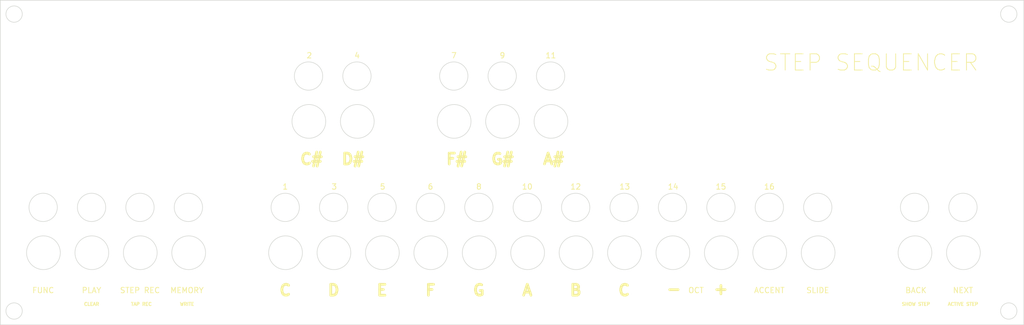
<source format=kicad_pcb>
(kicad_pcb (version 20211014) (generator pcbnew)

  (general
    (thickness 1.6)
  )

  (paper "A4")
  (layers
    (0 "F.Cu" signal)
    (31 "B.Cu" signal)
    (32 "B.Adhes" user "B.Adhesive")
    (33 "F.Adhes" user "F.Adhesive")
    (34 "B.Paste" user)
    (35 "F.Paste" user)
    (36 "B.SilkS" user "B.Silkscreen")
    (37 "F.SilkS" user "F.Silkscreen")
    (38 "B.Mask" user)
    (39 "F.Mask" user)
    (40 "Dwgs.User" user "User.Drawings")
    (41 "Cmts.User" user "User.Comments")
    (42 "Eco1.User" user "User.Eco1")
    (43 "Eco2.User" user "User.Eco2")
    (44 "Edge.Cuts" user)
    (45 "Margin" user)
    (46 "B.CrtYd" user "B.Courtyard")
    (47 "F.CrtYd" user "F.Courtyard")
    (48 "B.Fab" user)
    (49 "F.Fab" user)
    (50 "User.1" user)
    (51 "User.2" user)
    (52 "User.3" user)
    (53 "User.4" user)
    (54 "User.5" user)
    (55 "User.6" user)
    (56 "User.7" user)
    (57 "User.8" user)
    (58 "User.9" user)
  )

  (setup
    (pad_to_mask_clearance 0)
    (pcbplotparams
      (layerselection 0x0001020_7ffffffe)
      (disableapertmacros false)
      (usegerberextensions false)
      (usegerberattributes true)
      (usegerberadvancedattributes true)
      (creategerberjobfile true)
      (svguseinch false)
      (svgprecision 6)
      (excludeedgelayer true)
      (plotframeref false)
      (viasonmask false)
      (mode 1)
      (useauxorigin false)
      (hpglpennumber 1)
      (hpglpenspeed 20)
      (hpglpendiameter 15.000000)
      (dxfpolygonmode true)
      (dxfimperialunits true)
      (dxfusepcbnewfont true)
      (psnegative false)
      (psa4output false)
      (plotreference true)
      (plotvalue true)
      (plotinvisibletext false)
      (sketchpadsonfab false)
      (subtractmaskfromsilk false)
      (outputformat 1)
      (mirror false)
      (drillshape 0)
      (scaleselection 1)
      (outputdirectory "")
    )
  )

  (net 0 "")

  (gr_circle (center 208.605168 116.915) (end 211.705168 116.915) (layer "Edge.Cuts") (width 0.1) (fill none) (tstamp 07e0ccff-d069-414c-877d-4841bc96bf01))
  (gr_circle (center 199.644 108.5758) (end 202.244 108.5758) (layer "Edge.Cuts") (width 0.1) (fill none) (tstamp 0c94b7c4-3e39-4a50-b047-1236cd407db3))
  (gr_circle (center 123.917689 84.4216) (end 126.517689 84.4216) (layer "Edge.Cuts") (width 0.1) (fill none) (tstamp 0e710e62-63d3-40b8-bb9a-5ba835cd9a7f))
  (gr_circle (center 146.366257 116.915) (end 149.466257 116.915) (layer "Edge.Cuts") (width 0.1) (fill none) (tstamp 0edcd095-170c-406e-b6f0-276b28d19aa6))
  (gr_circle (center 128.524 108.5758) (end 131.124 108.5758) (layer "Edge.Cuts") (width 0.1) (fill none) (tstamp 125c180e-ae1f-4fb5-b16b-969db3ebe37f))
  (gr_circle (center 181.864 108.5758) (end 184.464 108.5758) (layer "Edge.Cuts") (width 0.1) (fill none) (tstamp 16e9eac7-a5a5-409c-8a48-73c27fe29049))
  (gr_circle (center 199.713895 116.915) (end 202.813895 116.915) (layer "Edge.Cuts") (width 0.1) (fill none) (tstamp 1b885b5c-08ac-48e0-936d-7e1e59c95226))
  (gr_circle (center 155.25753 116.915) (end 158.35753 116.915) (layer "Edge.Cuts") (width 0.1) (fill none) (tstamp 1ffdaa50-5c2a-4187-9fd6-62a0f75c8f57))
  (gr_circle (center 119.692438 116.915) (end 122.792438 116.915) (layer "Edge.Cuts") (width 0.1) (fill none) (tstamp 2218dc78-cc01-4fe7-8307-4b9199c5cbc4))
  (gr_circle (center 141.697689 84.4216) (end 144.297689 84.4216) (layer "Edge.Cuts") (width 0.1) (fill none) (tstamp 30483348-2e63-4a9f-8b79-6b252ad9cd33))
  (gr_circle (center 84.127346 116.915) (end 87.227346 116.915) (layer "Edge.Cuts") (width 0.1) (fill none) (tstamp 30c84990-a5e8-4bdb-a894-24bd3439e08f))
  (gr_circle (center 159.477689 84.4216) (end 162.077689 84.4216) (layer "Edge.Cuts") (width 0.1) (fill none) (tstamp 37ac668d-af9b-498c-a29f-2c2636af1683))
  (gr_circle (center 115.027689 84.4216) (end 117.627689 84.4216) (layer "Edge.Cuts") (width 0.1) (fill none) (tstamp 3f903f05-79c5-477a-a9bc-8b5526bedd56))
  (gr_circle (center 75.184 108.5758) (end 77.784 108.5758) (layer "Edge.Cuts") (width 0.1) (fill none) (tstamp 46a770c9-7ae1-4c9b-8296-c45cf143ee89))
  (gr_circle (center 123.978673 92.7608) (end 127.078673 92.7608) (layer "Edge.Cuts") (width 0.1) (fill none) (tstamp 4c8c3f88-f4e1-4ece-8397-4e17f94b4d2e))
  (gr_circle (center 137.474984 116.915) (end 140.574984 116.915) (layer "Edge.Cuts") (width 0.1) (fill none) (tstamp 4d1dc952-67a0-46b9-ad6c-7eeed3ce151f))
  (gr_circle (center 164.084 108.5758) (end 166.684 108.5758) (layer "Edge.Cuts") (width 0.1) (fill none) (tstamp 526f3fc6-45bf-45dd-b47d-f25de6c61638))
  (gr_circle (center 128.583711 116.915) (end 131.683711 116.915) (layer "Edge.Cuts") (width 0.1) (fill none) (tstamp 564618b9-b7d2-467f-8a5d-f38aacd9bfc1))
  (gr_circle (center 181.931349 116.915) (end 185.031349 116.915) (layer "Edge.Cuts") (width 0.1) (fill none) (tstamp 5b2f4efe-42cc-4e39-aebd-791edac2aff5))
  (gr_circle (center 155.194 108.5758) (end 157.794 108.5758) (layer "Edge.Cuts") (width 0.1) (fill none) (tstamp 5bf18c19-c32b-422a-bf3e-7aa1a54e290b))
  (gr_circle (center 150.652492 92.7608) (end 153.752492 92.7608) (layer "Edge.Cuts") (width 0.1) (fill none) (tstamp 63b5b827-3682-48fe-ad1a-8dedae4a83ae))
  (gr_circle (center 137.414 108.5758) (end 140.014 108.5758) (layer "Edge.Cuts") (width 0.1) (fill none) (tstamp 695c7b0d-0062-4f69-9349-f4594a279ce4))
  (gr_circle (center 208.534 108.5758) (end 211.134 108.5758) (layer "Edge.Cuts") (width 0.1) (fill none) (tstamp 6e9c37a5-f7c9-413f-86b0-18d5f3103a38))
  (gr_circle (center 141.761219 92.7608) (end 144.861219 92.7608) (layer "Edge.Cuts") (width 0.1) (fill none) (tstamp 82962c4d-8bfc-48e3-8198-8dfb3f56723a))
  (gr_circle (center 235.204 108.5758) (end 237.804 108.5758) (layer "Edge.Cuts") (width 0.1) (fill none) (tstamp 85de7b08-4b78-4a36-be10-f2d4540badf9))
  (gr_circle (center 159.543765 92.7608) (end 162.643765 92.7608) (layer "Edge.Cuts") (width 0.1) (fill none) (tstamp 86394b39-118b-45ed-ac80-a7236915fa2f))
  (gr_circle (center 93.018619 116.915) (end 96.118619 116.915) (layer "Edge.Cuts") (width 0.1) (fill none) (tstamp 87972ea9-979f-4363-ad29-75585401328f))
  (gr_circle (center 66.3448 116.915) (end 69.4448 116.915) (layer "Edge.Cuts") (width 0.1) (fill none) (tstamp 87bfacd1-4b5c-45b1-b68b-16c9e56db1a0))
  (gr_circle (center 75.236073 116.915) (end 78.336073 116.915) (layer "Edge.Cuts") (width 0.1) (fill none) (tstamp 8ea409ea-ab58-4f13-8820-0448b30381be))
  (gr_circle (center 66.294 108.5758) (end 68.894 108.5758) (layer "Edge.Cuts") (width 0.1) (fill none) (tstamp 94423ac7-c6d2-4a61-91f1-6f97ed34e83a))
  (gr_circle (center 190.754 108.5758) (end 193.354 108.5758) (layer "Edge.Cuts") (width 0.1) (fill none) (tstamp 9992df93-5e3e-4625-a03a-4fdf8d175247))
  (gr_circle (center 146.304 108.5758) (end 148.904 108.5758) (layer "Edge.Cuts") (width 0.1) (fill none) (tstamp 9a78e6a7-1a75-46d8-864c-ac154ed29cf0))
  (gr_circle (center 226.314 108.5758) (end 228.914 108.5758) (layer "Edge.Cuts") (width 0.1) (fill none) (tstamp a886480c-a789-4832-ae86-8c7032795431))
  (gr_circle (center 190.822622 116.915) (end 193.922622 116.915) (layer "Edge.Cuts") (width 0.1) (fill none) (tstamp abd7b221-2c8e-4ccb-88cd-9b6111e61561))
  (gr_circle (center 60.96 73.025) (end 62.46 73.025) (layer "Edge.Cuts") (width 0.1) (fill none) (tstamp aef4fc31-859d-4ec8-ad5f-14691ace2bc2))
  (gr_rect (start 58.42 70.485) (end 246.38 130.175) (layer "Edge.Cuts") (width 0.1) (fill none) (tstamp bc524e38-23da-44d0-bc11-38faa3774a01))
  (gr_circle (center 226.387714 116.915) (end 229.487714 116.915) (layer "Edge.Cuts") (width 0.1) (fill none) (tstamp bd75d12a-0836-4dfb-81f8-2ffda968360b))
  (gr_circle (center 150.587689 84.4216) (end 153.187689 84.4216) (layer "Edge.Cuts") (width 0.1) (fill none) (tstamp caf28b48-dac4-43a9-b26b-4bc5246d022c))
  (gr_circle (center 164.148803 116.915) (end 167.248803 116.915) (layer "Edge.Cuts") (width 0.1) (fill none) (tstamp d004978b-8b1e-4a9e-8b5d-d40e3682b880))
  (gr_circle (center 84.074 108.5758) (end 86.674 108.5758) (layer "Edge.Cuts") (width 0.1) (fill none) (tstamp d54d3685-e820-4596-a454-9e5ff63747b3))
  (gr_circle (center 243.61 127.635) (end 245.11 127.635) (layer "Edge.Cuts") (width 0.1) (fill none) (tstamp d7b8e26b-dd26-4951-ac45-92df6a9e9651))
  (gr_circle (center 60.96 127.635) (end 62.46 127.635) (layer "Edge.Cuts") (width 0.1) (fill none) (tstamp d90932f9-1a09-4489-8072-a1c8c768fc10))
  (gr_circle (center 243.61 73.025) (end 245.11 73.025) (layer "Edge.Cuts") (width 0.1) (fill none) (tstamp d95cf255-3eac-48db-97dc-a8d6cc983f9b))
  (gr_circle (center 92.964 108.5758) (end 95.564 108.5758) (layer "Edge.Cuts") (width 0.1) (fill none) (tstamp dad35a40-ffc4-4e47-b572-ca29d72816b9))
  (gr_circle (center 110.744 108.5758) (end 113.344 108.5758) (layer "Edge.Cuts") (width 0.1) (fill none) (tstamp dc68184e-1c02-4a4f-b10b-66e3a4581d20))
  (gr_circle (center 173.040076 116.915) (end 176.140076 116.915) (layer "Edge.Cuts") (width 0.1) (fill none) (tstamp e0841165-6c06-41a0-bcb5-da052e899ead))
  (gr_circle (center 119.634 108.5758) (end 122.234 108.5758) (layer "Edge.Cuts") (width 0.1) (fill none) (tstamp f44c91e9-33e1-4dd9-81c4-a3007e9d339a))
  (gr_circle (center 172.974 108.5758) (end 175.574 108.5758) (layer "Edge.Cuts") (width 0.1) (fill none) (tstamp f5cfe35c-adae-4fc5-b859-4da4c9b6b5e4))
  (gr_circle (center 115.0874 92.7608) (end 118.1874 92.7608) (layer "Edge.Cuts") (width 0.1) (fill none) (tstamp f64e910f-90ad-49d3-ad0c-0021ec80d999))
  (gr_circle (center 235.279 116.915) (end 238.379 116.915) (layer "Edge.Cuts") (width 0.1) (fill none) (tstamp faae622b-7df9-4cdf-af83-31ec15b636df))
  (gr_circle (center 110.801165 116.915) (end 113.901165 116.915) (layer "Edge.Cuts") (width 0.1) (fill none) (tstamp fffddd81-a11c-4bf2-888f-80d0420c8858))
  (gr_text "D#" (at 123.19 99.695) (layer "F.SilkS") (tstamp 01a19612-a5e3-4c3b-a410-7bfcde8ceb3b)
    (effects (font (size 2 2) (thickness 0.5)))
  )
  (gr_text "16" (at 199.644 104.775) (layer "F.SilkS") (tstamp 0de7dd4d-7984-4116-84c2-a77331e36325)
    (effects (font (size 1 1) (thickness 0.15)))
  )
  (gr_text "SLIDE" (at 208.534 123.825) (layer "F.SilkS") (tstamp 0e06ff9b-a57a-4ec6-90d8-8f4ecaaaa578)
    (effects (font (size 1 1) (thickness 0.15)))
  )
  (gr_text "F" (at 137.414 123.825) (layer "F.SilkS") (tstamp 125dd62c-8f41-4546-911a-b541b41ac8ec)
    (effects (font (size 2 2) (thickness 0.5)))
  )
  (gr_text "15" (at 190.754 104.775) (layer "F.SilkS") (tstamp 1a6b0daf-c7f3-4598-9c49-9a554dbff570)
    (effects (font (size 1 1) (thickness 0.15)))
  )
  (gr_text "14" (at 181.976487 104.775) (layer "F.SilkS") (tstamp 1ec57645-351b-4bc6-93b9-bb7da3bef169)
    (effects (font (size 1 1) (thickness 0.15)))
  )
  (gr_text "ACTIVE STEP" (at 235.204 126.365) (layer "F.SilkS") (tstamp 20adcfb6-6177-4aca-8737-65b4ad77d8f8)
    (effects (font (size 0.6 0.6) (thickness 0.15)))
  )
  (gr_text "D" (at 119.634 123.825) (layer "F.SilkS") (tstamp 35600caf-4cb2-442e-a2e9-95f8591ed875)
    (effects (font (size 2 2) (thickness 0.5)))
  )
  (gr_text "+" (at 190.754 123.571) (layer "F.SilkS") (tstamp 3ce21b83-d18f-4773-9484-2ea7ea21562f)
    (effects (font (size 2 2) (thickness 0.5)))
  )
  (gr_text "C#" (at 115.57 99.695) (layer "F.SilkS") (tstamp 3e9fbdf3-8827-4a20-9805-c83e65194869)
    (effects (font (size 2 2) (thickness 0.5)))
  )
  (gr_text "PLAY" (at 75.184 123.825) (layer "F.SilkS") (tstamp 3ee575b4-16ae-411a-b755-6b9f283558ac)
    (effects (font (size 1 1) (thickness 0.15)))
  )
  (gr_text "10" (at 155.194 104.775) (layer "F.SilkS") (tstamp 46e2e3b7-7cdf-4574-85c0-253890c41d9b)
    (effects (font (size 1 1) (thickness 0.15)))
  )
  (gr_text "STEP REC" (at 84.074 123.825) (layer "F.SilkS") (tstamp 4805438e-50bb-4dd3-8e30-6ff497cc62be)
    (effects (font (size 1 1) (thickness 0.15)))
  )
  (gr_text "G" (at 146.304 123.825) (layer "F.SilkS") (tstamp 4c8393f9-6018-464c-908c-4e72bbf5283e)
    (effects (font (size 2 2) (thickness 0.5)))
  )
  (gr_text "CLEAR" (at 75.184 126.365) (layer "F.SilkS") (tstamp 5b0949b1-6da3-477c-8c5f-9ccefbba1567)
    (effects (font (size 0.6 0.6) (thickness 0.15)))
  )
  (gr_text "1" (at 110.744 104.775) (layer "F.SilkS") (tstamp 5da5b71c-7a09-41a1-a1db-d94934eb0578)
    (effects (font (size 1 1) (thickness 0.15)))
  )
  (gr_text "B" (at 164.084 123.825) (layer "F.SilkS") (tstamp 659a04d3-6f71-4cee-ad47-92b9b9417ba9)
    (effects (font (size 2 2) (thickness 0.5)))
  )
  (gr_text "12" (at 164.084 104.775) (layer "F.SilkS") (tstamp 66004e84-ba84-420b-ba3a-6c1ddc519f02)
    (effects (font (size 1 1) (thickness 0.15)))
  )
  (gr_text "ACCENT" (at 199.644 123.825) (layer "F.SilkS") (tstamp 68eed5d1-0937-4c84-9c0a-eb3534551316)
    (effects (font (size 1 1) (thickness 0.15)))
  )
  (gr_text "4" (at 123.952 80.645) (layer "F.SilkS") (tstamp 71023014-439a-4ab7-bd9d-225ee88c22c7)
    (effects (font (size 1 1) (thickness 0.15)))
  )
  (gr_text "A" (at 155.194 123.825) (layer "F.SilkS") (tstamp 7171cb9f-a4ef-4d30-bed0-de04895da869)
    (effects (font (size 2 2) (thickness 0.5)))
  )
  (gr_text "8" (at 146.304 104.775) (layer "F.SilkS") (tstamp 7321896a-befa-4554-81ee-76f1514ed0a1)
    (effects (font (size 1 1) (thickness 0.15)))
  )
  (gr_text "F#" (at 142.24 99.695) (layer "F.SilkS") (tstamp 7ba40d76-4b0f-4b62-b642-9cb7542fccfd)
    (effects (font (size 2 2) (thickness 0.5)))
  )
  (gr_text "NEXT" (at 235.204 123.825) (layer "F.SilkS") (tstamp 7c4c3953-8516-4c17-922c-20ffe8f5676c)
    (effects (font (size 1 1) (thickness 0.15)))
  )
  (gr_text "3" (at 119.746487 104.775) (layer "F.SilkS") (tstamp 9e7a4184-837b-4d18-b525-0b7fd0835e0a)
    (effects (font (size 1 1) (thickness 0.15)))
  )
  (gr_text "SHOW STEP" (at 226.568 126.365) (layer "F.SilkS") (tstamp a4348a7a-fe80-4862-8c30-7a26376851f0)
    (effects (font (size 0.6 0.6) (thickness 0.15)))
  )
  (gr_text "MEMORY" (at 92.71 123.825) (layer "F.SilkS") (tstamp a4bdf37c-1374-4a06-b310-c2cb172abde5)
    (effects (font (size 1 1) (thickness 0.15)))
  )
  (gr_text "G#" (at 150.65 99.695) (layer "F.SilkS") (tstamp accc058f-bfc1-4b14-8b97-dffe15bf2935)
    (effects (font (size 2 2) (thickness 0.5)))
  )
  (gr_text "13" (at 173.086487 104.775) (layer "F.SilkS") (tstamp acf1daff-02d4-4b8b-8640-cb25d9cf14c8)
    (effects (font (size 1 1) (thickness 0.15)))
  )
  (gr_text "7" (at 141.732 80.645) (layer "F.SilkS") (tstamp ad5b74a5-64ef-489c-9113-0fd1204c94b1)
    (effects (font (size 1 1) (thickness 0.15)))
  )
  (gr_text "C" (at 110.744 123.825) (layer "F.SilkS") (tstamp ae077a4d-a8cc-4e6c-b8a6-69263343903c)
    (effects (font (size 2 2) (thickness 0.5)))
  )
  (gr_text "TAP REC" (at 84.328 126.365) (layer "F.SilkS") (tstamp ae540054-7a2b-435f-9fbd-cca8c5dac8f2)
    (effects (font (size 0.6 0.6) (thickness 0.15)))
  )
  (gr_text "BACK" (at 226.568 123.825) (layer "F.SilkS") (tstamp b82a9cc0-87df-401b-9b54-58663d317eda)
    (effects (font (size 1 1) (thickness 0.15)))
  )
  (gr_text "C" (at 172.974 123.825) (layer "F.SilkS") (tstamp b9f6d1d7-75d2-4dac-8765-6ef0fa908f21)
    (effects (font (size 2 2) (thickness 0.5)))
  )
  (gr_text "A#" (at 160.02 99.695) (layer "F.SilkS") (tstamp bf535cc5-a0a7-4d0d-b9cb-706c5faac226)
    (effects (font (size 2 2) (thickness 0.5)))
  )
  (gr_text "WRITE" (at 92.71 126.365) (layer "F.SilkS") (tstamp c4c22155-8ae4-44d3-811f-42a4ad44a57f)
    (effects (font (size 0.6 0.6) (thickness 0.15)))
  )
  (gr_text "5" (at 128.636487 104.775) (layer "F.SilkS") (tstamp d081053f-5ee0-4c35-9fc8-a272c0226ca8)
    (effects (font (size 1 1) (thickness 0.15)))
  )
  (gr_text "9" (at 150.622 80.645) (layer "F.SilkS") (tstamp d17756d6-d1db-492e-8515-9b37cfedb628)
    (effects (font (size 1 1) (thickness 0.15)))
  )
  (gr_text "FUNC" (at 66.294 123.825) (layer "F.SilkS") (tstamp d2f00677-d8b7-41ef-9845-dc2799040e8c)
    (effects (font (size 1 1) (thickness 0.15)))
  )
  (gr_text "11" (at 159.512 80.645) (layer "F.SilkS") (tstamp d853e152-b1a6-45e1-85e1-7fa3b87ef093)
    (effects (font (size 1 1) (thickness 0.15)))
  )
  (gr_text "6" (at 137.414 104.775) (layer "F.SilkS") (tstamp d91c8340-3be0-48d7-9270-3e1a2a3ebe5c)
    (effects (font (size 1 1) (thickness 0.15)))
  )
  (gr_text "E" (at 128.524 123.825) (layer "F.SilkS") (tstamp dd6ac5c4-6bd5-4535-9b77-fb2fe981c33d)
    (effects (font (size 2 2) (thickness 0.5)))
  )
  (gr_text "OCT" (at 186.182 123.825) (layer "F.SilkS") (tstamp e79186c3-2d1f-434a-a63a-595663746874)
    (effects (font (size 1 1) (thickness 0.15)))
  )
  (gr_text "-" (at 182.118 123.571) (layer "F.SilkS") (tstamp e87db4df-7f10-48f5-bf49-513e09195133)
    (effects (font (size 2 2) (thickness 0.5)))
  )
  (gr_text "STEP SEQUENCER" (at 238.2266 81.9404) (layer "F.SilkS") (tstamp eceb0ec7-fe9c-459e-abd2-5895e8c74eb8)
    (effects (font (size 3 3) (thickness 0.15)) (justify right))
  )
  (gr_text "2" (at 115.166487 80.645) (layer "F.SilkS") (tstamp ee049c88-0668-4ece-bb08-c42dac0d9b3f)
    (effects (font (size 1 1) (thickness 0.15)))
  )

)

</source>
